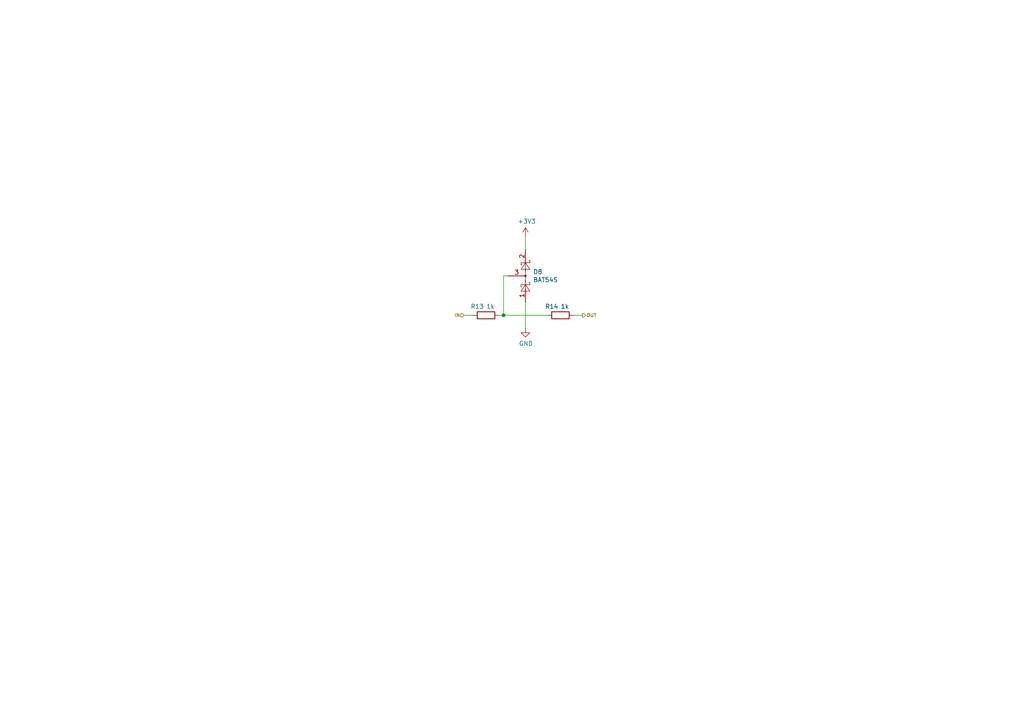
<source format=kicad_sch>
(kicad_sch (version 20211123) (generator eeschema)
  (paper "A4")
  (title_block (title "Input Protection") (date "2023-04-28") (rev "0.1") (comment 1 "https://github.com/enriquewph/esp-plc"))
  (lib_symbols
    (symbol "Device:R" (pin_numbers hide) (pin_names (offset 0))
      (property "Reference" "R" (at 2.032 0 90))
      (property "Value" "R" (at 0 0 90))
      (symbol "R_0_1"
        (rectangle (start -1.016 -2.54) (end 1.016 2.54) (stroke (width 0.254)))
      )
      (symbol "R_1_1"
        (pin passive line (at 0 3.81 270) (length 1.27) (name "~") (number "1"))
        (pin passive line (at 0 -3.81 90) (length 1.27) (name "~") (number "2"))
      )
    )
    (symbol "Diode:BAT54S" (pin_names (offset 1.016))
      (property "Reference" "D" (at 0.635 -3.81 0))
      (property "Value" "BAT54S" (at -6.35 3.175 0))
      (symbol "BAT54S_0_1"
        (polyline (pts (xy -3.81 0) (xy -1.27 0)))
        (polyline (pts (xy -3.175 -1.27) (xy -3.175 -1.016)))
        (polyline (pts (xy -2.54 -1.27) (xy -3.175 -1.27)))
        (polyline (pts (xy -2.54 -1.27) (xy -2.54 1.27)))
        (polyline (pts (xy -2.54 1.27) (xy -1.905 1.27)))
        (polyline (pts (xy -1.905 0) (xy 1.905 0)))
        (polyline (pts (xy -1.905 1.27) (xy -1.905 1.016)))
        (polyline (pts (xy 1.27 0) (xy 3.81 0)))
        (polyline (pts (xy 3.175 -1.27) (xy 3.175 -1.016)))
        (polyline (pts (xy 3.81 -1.27) (xy 3.175 -1.27)))
        (polyline (pts (xy 3.81 -1.27) (xy 3.81 1.27)))
        (polyline (pts (xy 3.81 1.27) (xy 4.445 1.27)))
        (polyline (pts (xy 4.445 1.27) (xy 4.445 1.016)))
        (polyline (pts (xy -4.445 1.27) (xy -4.445 -1.27) (xy -2.54 0) (xy -4.445 1.27)))
        (polyline (pts (xy 1.905 1.27) (xy 1.905 -1.27) (xy 3.81 0) (xy 1.905 1.27)))
        (circle (center 0 0) (radius 0.254) (fill (type outline)))
      )
      (symbol "BAT54S_1_1"
        (pin passive line (at -7.62 0 0) (length 3.81) (name "~") (number "1"))
        (pin passive line (at 7.62 0 180) (length 3.81) (name "~") (number "2"))
        (pin passive line (at 0 -5.08 90) (length 5.08) (name "~") (number "3"))
      )
    )
    (symbol "power:+3V3" (power) (pin_names (offset 0))
      (property "Value" "+3V3" (at 0 3.556 0))
      (symbol "+3V3_0_1"
        (polyline (pts (xy -0.762 1.27) (xy 0 2.54)))
        (polyline (pts (xy 0 0) (xy 0 2.54)))
        (polyline (pts (xy 0 2.54) (xy 0.762 1.27)))
      )
      (symbol "+3V3_1_1"
        (pin power_in line (at 0 0 90) (length 0) hide (name "+3V3") (number "1"))
      )
    )
    (symbol "power:GND" (power) (pin_names (offset 0))
      (property "Value" "GND" (at 0 -3.81 0))
      (symbol "GND_0_1"
        (polyline (pts (xy 0 0) (xy 0 -1.27) (xy 1.27 -1.27) (xy 0 -2.54) (xy -1.27 -1.27) (xy 0 -1.27)))
      )
      (symbol "GND_1_1"
        (pin power_in line (at 0 0 270) (length 0) hide (name "GND") (number "1"))
      )
    )
  )
  (junction (at 146.05 91.44))
  (wire (pts (xy 146.05 91.44) (xy 144.78 91.44)))
  (wire (pts (xy 152.4 87.63) (xy 152.4 95.25)))
  (wire (pts (xy 152.4 68.58) (xy 152.4 72.39)))
  (wire (pts (xy 137.16 91.44) (xy 134.62 91.44)))
  (wire (pts (xy 147.32 80.01) (xy 146.05 80.01)))
  (wire (pts (xy 158.75 91.44) (xy 146.05 91.44)))
  (wire (pts (xy 146.05 80.01) (xy 146.05 91.44)))
  (wire (pts (xy 168.91 91.44) (xy 166.37 91.44)))
  (hierarchical_label "OUT" (shape output) (at 168.91 91.44 0) (effects (font (size 0.9906 0.9906))))
  (hierarchical_label "IN" (shape input) (at 134.62 91.44 180) (effects (font (size 0.9906 0.9906))))
  (symbol (lib_id "Diode:BAT54S") (at 152.4 80.01 270) (mirror x) (unit 1)
    (property "Reference" "D8" (at 154.6352 78.8416 90) (effects (justify left)))
    (property "Value" "BAT54S" (at 154.6352 81.153 90) (effects (justify left)))
    (property "Footprint" "Package_TO_SOT_SMD:SOT-23" (effects hide))
    (property "Datasheet" "https://rocelec.widen.net/view/pdf/gyex6hm7nf/PHGLS25648-1.pdf?t.download=true&u=5oefqw" (effects hide))
    (property "manf#" "BAT54S,215" (effects hide))
  )
  (symbol (lib_id "Device:R") (at 140.97 91.44 270) (unit 1)
    (property "Reference" "R13" (at 138.43 88.9 90))
    (property "Value" "1k" (at 142.24 88.9 90))
    (property "Footprint" "Resistor_SMD:R_1206_3216Metric" (effects hide))
    (property "Datasheet" "https://www.yageo.com/upload/media/product/productsearch/datasheet/rchip/PYu-RC_Group_51_RoHS_L_11.pdf" (effects hide))
    (property "manf#" "RC1206FR-071KL" (effects hide))
  )
  (symbol (lib_id "Device:R") (at 162.56 91.44 270) (unit 1)
    (property "Reference" "R14" (at 160.02 88.9 90))
    (property "Value" "1k" (at 163.83 88.9 90))
    (property "Footprint" "Resistor_SMD:R_1206_3216Metric" (effects hide))
    (property "Datasheet" "https://www.yageo.com/upload/media/product/productsearch/datasheet/rchip/PYu-RC_Group_51_RoHS_L_11.pdf" (effects hide))
    (property "manf#" "RC1206FR-071KL" (effects hide))
  )
  (symbol (lib_id "power:GND") (at 152.4 95.25 0) (unit 1)
    (property "Reference" "#PWR039" (effects hide))
    (property "Value" "GND" (at 152.527 99.6442 0))
  )
  (symbol (lib_id "power:+3V3") (at 152.4 68.58 0) (unit 1)
    (property "Reference" "#PWR038" (effects hide))
    (property "Value" "+3V3" (at 152.781 64.1858 0))
  )
)
</source>
